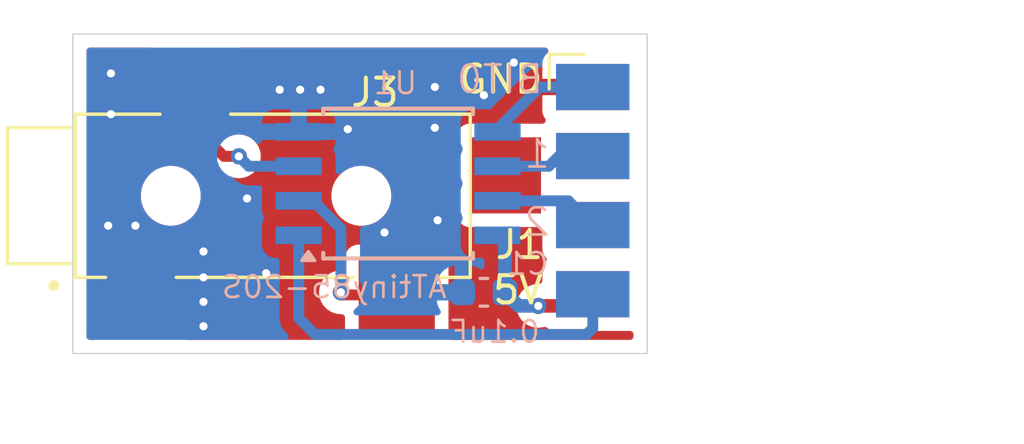
<source format=kicad_pcb>
(kicad_pcb (version 20240108) (generator "pcbnew") (generator_version "8.0")
  (layers (0 "F.Cu" signal) (31 "B.Cu" signal) (34 "B.Paste" user) (35 "F.Paste" user) (36 "B.SilkS" user "B.Silkscreen") (37 "F.SilkS" user "F.Silkscreen") (38 "B.Mask" user) (39 "F.Mask" user) (44 "Edge.Cuts" user))
  (net 0 "")
  (net 1 "TX")
  (net 2 "RX")
  (net 3 "GND")
  (net 4 "IN_BIT2")
  (net 6 "RESET")
  (net 7 "IN_BIT0")
  (net 8 "IN_BIT1")
  (net 10 "+5V")
  (footprint "scott:PinSocket_2x04_P2.54mm_Horizontal_SMD" (layer "F.Cu") (at 145 105.2)
    (property "Reference" "J1" (hide yes))
    (property "Value" "Conn_02x04_Top_Bottom")
    (fp_line (start -1.6 -1.2) (end -0.33 -1.2) (stroke (width 0.12)) (layer "F.SilkS"))
    (fp_line (start -1.6 0.07) (end -1.6 -1.2) (stroke (width 0.12)) (layer "F.SilkS"))
    (fp_text user "${REFERENCE}" (at -2.7 5.8 180) (layer "F.SilkS"))
    (pad "1" smd rect (at 0 0) (size 2.7 1.7) (layers "F.Cu" "F.Mask") (net 3 "GND"))
    (pad "2" smd rect (at 0 2.54) (size 2.7 1.7) (layers "F.Cu" "F.Mask"))
    (pad "3" smd rect (at 0 5.08) (size 2.7 1.7) (layers "F.Cu" "F.Mask"))
    (pad "4" smd rect (at 0 7.62) (size 2.7 1.7) (layers "F.Cu" "F.Mask") (net 10 "+5V"))
    (pad "5" smd rect (at 0 0) (size 2.7 1.7) (layers "B.Cu" "B.Mask") (net 7 "IN_BIT0"))
    (pad "6" smd rect (at 0 2.54) (size 2.7 1.7) (layers "B.Cu" "B.Mask") (net 8 "IN_BIT1"))
    (pad "7" smd rect (at 0 5.08) (size 2.7 1.7) (layers "B.Cu" "B.Mask") (net 4 "IN_BIT2"))
    (pad "8" smd rect (at 0 7.62) (size 2.7 1.7) (layers "B.Cu" "B.Mask") (net 6 "RESET"))
  )
  (footprint "SJ_3524_SMT_TR_PI:CUI_SJ-3524-SMT-PI" (layer "F.Cu") (at 129.5 109.2)
    (property "Reference" "J3" (at 7.5 -3.8 360) (layer "F.SilkS") (effects (font (size 1.001087 1.001087))))
    (property "Value" "SJ-3524-SMT-PI")
    (fp_line (start -6 -2.5) (end -6 2.5) (stroke (width 0.127)) (layer "F.SilkS"))
    (fp_line (start -6 2.5) (end -3.5 2.5) (stroke (width 0.127)) (layer "F.SilkS"))
    (fp_line (start -3.5 -3) (end -0.4 -3) (stroke (width 0.127)) (layer "F.SilkS"))
    (fp_line (start -3.5 -2.5) (end -6 -2.5) (stroke (width 0.127)) (layer "F.SilkS"))
    (fp_line (start -3.5 -2.5) (end -3.5 -3) (stroke (width 0.127)) (layer "F.SilkS"))
    (fp_line (start -3.5 2.5) (end -3.5 -2.5) (stroke (width 0.127)) (layer "F.SilkS"))
    (fp_line (start -3.5 3) (end -3.5 2.5) (stroke (width 0.127)) (layer "F.SilkS"))
    (fp_line (start -3.5 3) (end -2.4 3) (stroke (width 0.127)) (layer "F.SilkS"))
    (fp_line (start 0.2 3) (end 6.7 3) (stroke (width 0.127)) (layer "F.SilkS"))
    (fp_line (start 2.2 -3) (end 11 -3) (stroke (width 0.127)) (layer "F.SilkS"))
    (fp_line (start 9.9 3) (end 11 3) (stroke (width 0.127)) (layer "F.SilkS"))
    (fp_line (start 11 -3) (end 11 3) (stroke (width 0.127)) (layer "F.SilkS"))
    (fp_circle (center -4.3 3.3) (end -4.2 3.3) (stroke (width 0.2)) (fill none) (layer "F.SilkS"))
    (pad "" np_thru_hole circle (at 0 0) (size 1.7 1.7) (drill 1.7) (layers "*.Cu" "*.Mask" "In1.Cu" "In2.Cu" "In3.Cu" "In4.Cu" "In5.Cu" "In6.Cu" "In7.Cu" "In8.Cu" "In9.Cu" "In10.Cu" "In11.Cu" "In12.Cu" "In13.Cu" "In14.Cu" "In15.Cu" "In16.Cu" "In17.Cu" "In18.Cu" "In19.Cu" "In20.Cu" "In21.Cu" "In22.Cu" "In23.Cu" "In24.Cu" "In25.Cu" "In26.Cu" "In27.Cu" "In28.Cu" "In29.Cu" "In30.Cu"))
    (pad "" np_thru_hole circle (at 7 0) (size 1.7 1.7) (drill 1.7) (layers "*.Cu" "*.Mask" "In1.Cu" "In2.Cu" "In3.Cu" "In4.Cu" "In5.Cu" "In6.Cu" "In7.Cu" "In8.Cu" "In9.Cu" "In10.Cu" "In11.Cu" "In12.Cu" "In13.Cu" "In14.Cu" "In15.Cu" "In16.Cu" "In17.Cu" "In18.Cu" "In19.Cu" "In20.Cu" "In21.Cu" "In22.Cu" "In23.Cu" "In24.Cu" "In25.Cu" "In26.Cu" "In27.Cu" "In28.Cu" "In29.Cu" "In30.Cu"))
    (pad "1" smd rect (at -1.1 3.7) (size 2.2 2.8) (layers "F.Cu" "F.Paste" "F.Mask") (net 3 "GND"))
    (pad "2" smd rect (at 8.3 3.7) (size 2.8 2.8) (layers "F.Cu" "F.Paste" "F.Mask") (net 1 "TX"))
    (pad "3" smd rect (at 0.9 -3.7) (size 2.2 2.8) (layers "F.Cu" "F.Paste" "F.Mask") (net 2 "RX"))
    (pad "4" smd rect (at 12.3 -0.75) (size 2.6 2.8) (layers "F.Cu" "F.Paste" "F.Mask"))
  )
  (footprint "Package_SO:SOIC-8W_5.3x5.3mm_P1.27mm" (layer "B.Cu") (at 137.85 108.75)
    (property "Reference" "U1" (at -0.1 -3.695 0) (layer "B.SilkS") (effects (font (size 0.8 0.8) (thickness 0.1)) (justify mirror)))
    (property "Value" "ATtiny85-20S" (at -2.35 3.805 0) (layer "B.SilkS") (effects (font (size 0.8 0.8) (thickness 0.1)) (justify mirror)))
    (fp_line (start -2.75 -2.55) (end -2.75 -2.755) (stroke (width 0.15)) (layer "B.SilkS"))
    (fp_line (start -2.75 2.55) (end -2.75 2.755) (stroke (width 0.15)) (layer "B.SilkS"))
    (fp_line (start 2.75 -2.755) (end -2.75 -2.755) (stroke (width 0.15)) (layer "B.SilkS"))
    (fp_line (start 2.75 -2.55) (end 2.75 -2.755) (stroke (width 0.15)) (layer "B.SilkS"))
    (fp_line (start 2.75 2.55) (end 2.75 2.755) (stroke (width 0.15)) (layer "B.SilkS"))
    (fp_line (start 2.75 2.755) (end -2.75 2.755) (stroke (width 0.15)) (layer "B.SilkS"))
    (fp_poly (pts (xy -3.3 2.5) (xy -3.54 2.83) (xy -3.06 2.83) (xy -3.3 2.5)) (stroke (width 0.12)) (fill solid) (layer "B.SilkS"))
    (pad "1" smd rect (at -3.65 1.905) (size 1.7 0.65) (layers "B.Cu" "B.Paste" "B.Mask") (net 6 "RESET"))
    (pad "2" smd rect (at -3.65 0.635) (size 1.7 0.65) (layers "B.Cu" "B.Paste" "B.Mask") (net 1 "TX"))
    (pad "3" smd rect (at -3.65 -0.635) (size 1.7 0.65) (layers "B.Cu" "B.Paste" "B.Mask") (net 2 "RX"))
    (pad "4" smd rect (at -3.65 -1.905) (size 1.7 0.65) (layers "B.Cu" "B.Paste" "B.Mask") (net 3 "GND"))
    (pad "5" smd rect (at 3.65 -1.905) (size 1.7 0.65) (layers "B.Cu" "B.Paste" "B.Mask") (net 7 "IN_BIT0"))
    (pad "6" smd rect (at 3.65 -0.635) (size 1.7 0.65) (layers "B.Cu" "B.Paste" "B.Mask") (net 8 "IN_BIT1"))
    (pad "7" smd rect (at 3.65 0.635) (size 1.7 0.65) (layers "B.Cu" "B.Paste" "B.Mask") (net 4 "IN_BIT2"))
    (pad "8" smd rect (at 3.65 1.905) (size 1.7 0.65) (layers "B.Cu" "B.Paste" "B.Mask") (net 10 "+5V"))
  )
  (footprint "Capacitor_SMD:C_0603_1608Metric" (layer "B.Cu") (at 141 112.75 180)
    (property "Reference" "C1" (at -1.6 1.05 0) (layer "B.SilkS") (effects (font (size 0.8 0.8) (thickness 0.1)) (justify mirror)))
    (property "Value" "0.1uF" (at -0.4 -1.45 0) (layer "B.SilkS") (effects (font (size 0.8 0.8) (thickness 0.1)) (justify mirror)))
    (fp_line (start 0.14058 0.51) (end -0.14058 0.51) (stroke (width 0.12)) (layer "B.SilkS"))
    (fp_line (start 0.14058 -0.51) (end -0.14058 -0.51) (stroke (width 0.12)) (layer "B.SilkS"))
    (pad "1" smd roundrect (at -0.775 0 180) (size 0.9 0.95) (layers "B.Cu" "B.Paste" "B.Mask") (net 10 "+5V"))
    (pad "2" smd roundrect (at 0.775 0 180) (size 0.9 0.95) (layers "B.Cu" "B.Paste" "B.Mask") (net 3 "GND"))
  )
  (gr_line (start 125.9 103.25) (end 125.9 115) (stroke (width 0.05)) (layer "Edge.Cuts"))
  (gr_line (start 125.9 115) (end 147 115) (stroke (width 0.05)) (layer "Edge.Cuts"))
  (gr_line (start 147 103.25) (end 125.9 103.25) (stroke (width 0.05)) (layer "Edge.Cuts"))
  (gr_line (start 147 115) (end 147 103.25) (stroke (width 0.05)) (layer "Edge.Cuts"))
  (gr_text "1" (at 143.5 108.25 0) (layer "B.SilkS") (effects (font (size 1 1) (thickness 0.1)) (justify left bottom mirror)))
  (gr_text "BIT0" (at 143.25 105.5 0) (layer "B.SilkS") (effects (font (size 1 1) (thickness 0.1)) (justify left bottom mirror)))
  (gr_text "2" (at 143.5 110.75 0) (layer "B.SilkS") (effects (font (size 1 1) (thickness 0.1)) (justify left bottom mirror)))
  (gr_text "GND" (at 140 105.5 0) (layer "F.SilkS") (effects (font (size 1 1)) (justify left bottom)))
  (gr_text "5V" (at 141.25 113.25 0) (layer "F.SilkS") (effects (font (size 1 1)) (justify left bottom)))
  (segment (start 137.7 112.845) (end 135.84502 112.845) (width 0.4) (layer "F.Cu") (net 1))
  (segment (start 135.84502 112.845) (end 135.75002 112.75) (width 0.4) (layer "F.Cu") (net 1))
  (via (at 135.75002 112.75) (size 0.6) (drill 0.3) (layers "F.Cu" "B.Cu") (net 1))
  (segment (start 134.2 109.385) (end 134.725 109.385) (width 0.4) (layer "B.Cu") (net 1))
  (segment (start 134.725 109.385) (end 135.75002 110.41002) (width 0.4) (layer "B.Cu") (net 1))
  (segment (start 135.75002 110.41002) (end 135.75002 112.75) (width 0.4) (layer "B.Cu") (net 1))
  (segment (start 130.4 105.5) (end 130.4 106.7) (width 0.4) (layer "F.Cu") (net 2))
  (segment (start 130.4 106.7) (end 131.45001 107.75001) (width 0.4) (layer "F.Cu") (net 2))
  (segment (start 131.45001 107.75001) (end 132 107.75001) (width 0.4) (layer "F.Cu") (net 2))
  (via (at 132 107.75001) (size 0.6) (drill 0.3) (layers "F.Cu" "B.Cu") (net 2))
  (segment (start 132.36499 108.115) (end 132 107.75001) (width 0.4) (layer "B.Cu") (net 2))
  (segment (start 134.2 108.115) (end 132.36499 108.115) (width 0.4) (layer "B.Cu") (net 2))
  (via (at 127.3 104.7) (size 0.6) (drill 0.3) (layers "F.Cu" "B.Cu") (net 3))
  (via (at 139.3 110.1) (size 0.6) (drill 0.3) (layers "F.Cu" "B.Cu") (net 3))
  (via (at 141 105.5) (size 0.6) (drill 0.3) (layers "F.Cu" "B.Cu") (net 3))
  (via (at 130.7 113.1) (size 0.6) (drill 0.3) (layers "F.Cu" "B.Cu") (net 3))
  (via (at 127.3 106.2) (size 0.6) (drill 0.3) (layers "F.Cu" "B.Cu") (net 3))
  (via (at 139.2 105.2) (size 0.6) (drill 0.3) (layers "F.Cu" "B.Cu") (net 3))
  (via (at 142.1 104.3) (size 0.6) (drill 0.3) (layers "F.Cu" "B.Cu") (net 3))
  (via (at 134.25 105.3) (size 0.6) (drill 0.3) (layers "F.Cu" "B.Cu") (net 3))
  (via (at 137.35 110.55) (size 0.6) (drill 0.3) (layers "F.Cu" "B.Cu") (net 3))
  (via (at 133.5 105.3) (size 0.6) (drill 0.3) (layers "F.Cu" "B.Cu") (net 3))
  (via (at 130.7 112.2) (size 0.6) (drill 0.3) (layers "F.Cu" "B.Cu") (net 3))
  (via (at 132.3 109.3) (size 0.6) (drill 0.3) (layers "F.Cu" "B.Cu") (net 3))
  (via (at 127.2 110.3) (size 0.6) (drill 0.3) (layers "F.Cu" "B.Cu") (net 3))
  (via (at 133 112.05) (size 0.6) (drill 0.3) (layers "F.Cu" "B.Cu") (net 3))
  (via (at 128.2 110.3) (size 0.6) (drill 0.3) (layers "F.Cu" "B.Cu") (net 3))
  (via (at 135 105.3) (size 0.6) (drill 0.3) (layers "F.Cu" "B.Cu") (net 3))
  (via (at 139.2 106.7) (size 0.6) (drill 0.3) (layers "F.Cu" "B.Cu") (net 3))
  (via (at 130.7 111.25) (size 0.6) (drill 0.3) (layers "F.Cu" "B.Cu") (net 3))
  (via (at 130.7 114) (size 0.6) (drill 0.3) (layers "F.Cu" "B.Cu") (net 3))
  (via (at 136 106.75) (size 0.6) (drill 0.3) (layers "F.Cu" "B.Cu") (net 3))
  (segment (start 141.5 109.385) (end 144.105 109.385) (width 0.4) (layer "B.Cu") (net 4))
  (segment (start 144.105 109.385) (end 145 110.28) (width 0.4) (layer "B.Cu") (net 4))
  (segment (start 144.77 114.3) (end 134.8 114.3) (width 0.4) (layer "B.Cu") (net 6))
  (segment (start 134.2 113.7) (end 134.2 110.655) (width 0.4) (layer "B.Cu") (net 6))
  (segment (start 134.8 114.3) (end 134.2 113.7) (width 0.4) (layer "B.Cu") (net 6))
  (segment (start 145 114.07) (end 144.77 114.3) (width 0.4) (layer "B.Cu") (net 6))
  (segment (start 145 112.82) (end 145 114.07) (width 0.4) (layer "B.Cu") (net 6))
  (segment (start 141.5 106.75) (end 143.05 105.2) (width 0.4) (layer "B.Cu") (net 7))
  (segment (start 141.5 106.845) (end 141.5 106.75) (width 0.4) (layer "B.Cu") (net 7))
  (segment (start 143.05 105.2) (end 145 105.2) (width 0.4) (layer "B.Cu") (net 7))
  (segment (start 143.385 108.115) (end 143.76 107.74) (width 0.4) (layer "B.Cu") (net 8))
  (segment (start 141.5 108.115) (end 143.385 108.115) (width 0.4) (layer "B.Cu") (net 8))
  (segment (start 143.76 107.74) (end 145 107.74) (width 0.4) (layer "B.Cu") (net 8))
  (segment (start 145 112.82) (end 144.57 113.25) (width 0.5) (layer "F.Cu") (net 10))
  (segment (start 144.57 113.25) (end 142.999992 113.25) (width 0.5) (layer "F.Cu") (net 10))
  (via (at 142.999992 113.25) (size 0.6) (drill 0.3) (layers "F.Cu" "B.Cu") (net 10))
  (segment (start 141.775 112.75) (end 141.775 110.93) (width 0.5) (layer "B.Cu") (net 10))
  (segment (start 141.775 110.93) (end 141.5 110.655) (width 0.5) (layer "B.Cu") (net 10))
  (segment (start 141.775 112.75) (end 142.275 113.25) (width 0.5) (layer "B.Cu") (net 10))
  (segment (start 142.275 113.25) (end 142.999992 113.25) (width 0.5) (layer "B.Cu") (net 10))
  (zone (net 3) (net_name "GND") (layers "F.Cu" "B.Cu") (connect_pads (clearance 0.5)) (min_thickness 0.25) (fill yes (thermal_gap 0.5) (thermal_bridge_width 0.6))
    (polygon (pts (xy 125 102) (xy 125 116) (xy 147 116) (xy 147 102)))
  )
)
</source>
